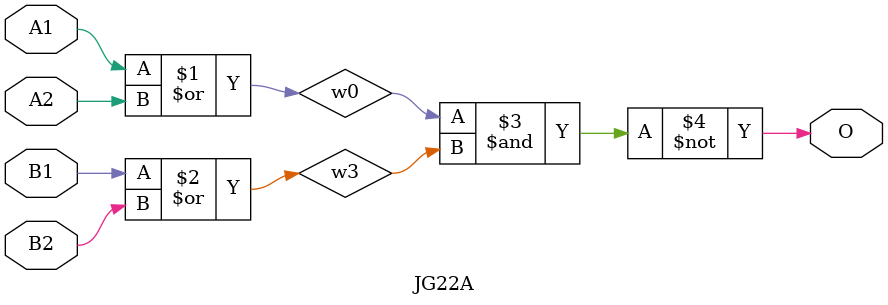
<source format=v>
module JG22A(A1, A2, B1, B2, O);
input   A1;
input   A2;
input   B1;
input   B2;
output  O;
or g0(w0, A1, A2);
or g1(w3, B1, B2);
nand g2(O, w0, w3);
endmodule
</source>
